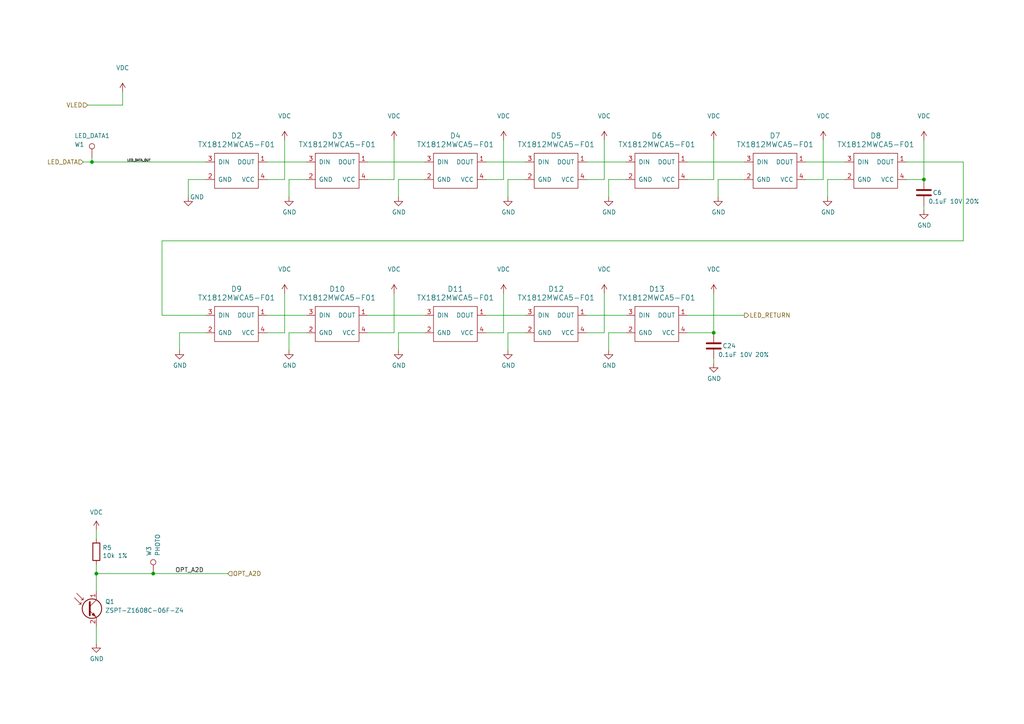
<source format=kicad_sch>
(kicad_sch (version 20250114) (generator "eeschema") (generator_version "9.0")
  (paper "A4")
  (title_block (title "Pixels D12 Schematic, Main") (date "2025-10-10") (rev "13") (company "Systemic Games, LLC") (comment 1 "LED Chain"))
  (lib_symbols
    (symbol "Device:C" (pin_numbers (hide yes)) (pin_names (offset 0.254))
      (property "Reference" "C" (at 0.635 2.54 0))
      (property "Value" "C" (at 0.635 -2.54 0))
      (symbol "C_0_1"
        (polyline (pts (xy -2.032 0.762) (xy 2.032 0.762)) (stroke (width 0.508)))
        (polyline (pts (xy -2.032 -0.762) (xy 2.032 -0.762)) (stroke (width 0.508)))
      )
      (symbol "C_1_1"
        (pin passive line (at 0 3.81 270) (length 2.794) (name "~") (number "1"))
        (pin passive line (at 0 -3.81 90) (length 2.794) (name "~") (number "2"))
      )
    )
    (symbol "Device:Q_Photo_NPN" (pin_names (offset 0) (hide yes))
      (property "Reference" "Q" (at 5.08 1.27 0))
      (property "Value" "Q_Photo_NPN" (at 5.08 -1.27 0))
      (symbol "Q_Photo_NPN_0_1"
        (polyline (pts (xy -3.81 3.175) (xy -1.905 1.27) (xy -1.905 1.905)))
        (polyline (pts (xy -3.175 4.445) (xy -1.27 2.54) (xy -1.27 3.175)))
        (polyline (pts (xy -1.905 1.27) (xy -2.54 1.27)))
        (polyline (pts (xy -1.27 2.54) (xy -1.905 2.54)))
        (polyline (pts (xy 0.635 1.905) (xy 0.635 -1.905) (xy 0.635 -1.905)) (stroke (width 0.508)))
        (polyline (pts (xy 0.635 0.635) (xy 2.54 2.54)))
        (polyline (pts (xy 0.635 -0.635) (xy 2.54 -2.54) (xy 2.54 -2.54)))
        (circle (center 1.27 0) (radius 2.8194) (stroke (width 0.254)))
        (polyline (pts (xy 1.27 -1.778) (xy 1.778 -1.27) (xy 2.286 -2.286) (xy 1.27 -1.778) (xy 1.27 -1.778)) (fill (type outline)))
      )
      (symbol "Q_Photo_NPN_1_1"
        (pin passive line (at 2.54 5.08 270) (length 2.54) (name "C") (number "1"))
        (pin passive line (at 2.54 -5.08 90) (length 2.54) (name "E") (number "2"))
      )
    )
    (symbol "Device:R" (pin_numbers (hide yes)) (pin_names (offset 0))
      (property "Reference" "R" (at 2.032 0 90))
      (property "Value" "R" (at 0 0 90))
      (symbol "R_0_1"
        (rectangle (start -1.016 -2.54) (end 1.016 2.54) (stroke (width 0.254)))
      )
      (symbol "R_1_1"
        (pin passive line (at 0 3.81 270) (length 1.27) (name "~") (number "1"))
        (pin passive line (at 0 -3.81 90) (length 1.27) (name "~") (number "2"))
      )
    )
    (symbol "Pixels-dice:TEST_1P-conn" (pin_numbers (hide yes)) (pin_names (offset 0.762) (hide yes))
      (property "Reference" "W" (at 0 6.858 0))
      (property "Value" "TEST_1P-conn" (at 0 5.08 0))
      (symbol "TEST_1P-conn_0_1"
        (circle (center 0 3.302) (radius 0.762))
      )
      (symbol "TEST_1P-conn_1_1"
        (pin passive line (at 0 0 90) (length 2.54) (name "1") (number "1"))
      )
    )
    (symbol "Pixels-dice:TX1812MJA5" (pin_names (offset 1.016))
      (property "Reference" "D" (at 0 -6.35 0))
      (property "Value" "TX1812MJA5" (at 0 6.35 0))
      (symbol "TX1812MJA5_0_1"
        (rectangle (start -6.35 5.08) (end 6.35 -5.08))
      )
      (symbol "TX1812MJA5_1_1"
        (pin input line (at -8.89 2.54 0) (length 2.54) (name "DIN") (number "3"))
        (pin power_in line (at -8.89 -2.54 0) (length 2.54) (name "GND") (number "2"))
        (pin output line (at 8.89 2.54 180) (length 2.54) (name "DOUT") (number "1"))
        (pin power_in line (at 8.89 -2.54 180) (length 2.54) (name "VCC") (number "4"))
      )
    )
    (symbol "power:GND" (power) (pin_names (offset 0))
      (property "Value" "GND" (at 0 -3.81 0))
      (symbol "GND_0_1"
        (polyline (pts (xy 0 0) (xy 0 -1.27) (xy 1.27 -1.27) (xy 0 -2.54) (xy -1.27 -1.27) (xy 0 -1.27)))
      )
      (symbol "GND_1_1"
        (pin power_in line (at 0 0 270) (length 0) (hide yes) (name "GND") (number "1"))
      )
    )
    (symbol "power:VDC" (power) (pin_names (offset 0))
      (property "Value" "VDC" (at 0 6.35 0))
      (symbol "VDC_0_1"
        (polyline (pts (xy -0.762 1.27) (xy 0 2.54)))
        (polyline (pts (xy 0 2.54) (xy 0.762 1.27)))
        (polyline (pts (xy 0 0) (xy 0 2.54)))
      )
      (symbol "VDC_1_1"
        (pin power_in line (at 0 0 90) (length 0) (hide yes) (name "VDC") (number "1"))
      )
    )
  )
  (junction (at 26.67 46.99))
  (junction (at 207.01 96.52))
  (junction (at 27.94 166.37))
  (junction (at 44.45 166.37))
  (junction (at 267.97 52.07))
  (wire (pts (xy 175.26 85.09) (xy 175.26 96.52)))
  (wire (pts (xy 207.01 40.64) (xy 207.01 52.07)))
  (wire (pts (xy 140.97 46.99) (xy 152.4 46.99)))
  (wire (pts (xy 279.4 46.99) (xy 279.4 69.85)))
  (wire (pts (xy 207.01 104.14) (xy 207.01 105.41)))
  (wire (pts (xy 233.68 52.07) (xy 238.76 52.07)))
  (wire (pts (xy 106.68 96.52) (xy 114.3 96.52)))
  (wire (pts (xy 176.53 96.52) (xy 176.53 101.6)))
  (wire (pts (xy 170.18 52.07) (xy 175.26 52.07)))
  (wire (pts (xy 176.53 52.07) (xy 181.61 52.07)))
  (wire (pts (xy 27.94 166.37) (xy 44.45 166.37)))
  (wire (pts (xy 176.53 52.07) (xy 176.53 57.15)))
  (wire (pts (xy 82.55 85.09) (xy 82.55 96.52)))
  (wire (pts (xy 46.99 69.85) (xy 46.99 91.44)))
  (wire (pts (xy 146.05 85.09) (xy 146.05 96.52)))
  (wire (pts (xy 170.18 46.99) (xy 181.61 46.99)))
  (wire (pts (xy 77.47 91.44) (xy 88.9 91.44)))
  (wire (pts (xy 170.18 91.44) (xy 181.61 91.44)))
  (wire (pts (xy 114.3 40.64) (xy 114.3 52.07)))
  (wire (pts (xy 147.32 52.07) (xy 152.4 52.07)))
  (wire (pts (xy 147.32 96.52) (xy 152.4 96.52)))
  (wire (pts (xy 267.97 59.69) (xy 267.97 60.96)))
  (wire (pts (xy 27.94 181.61) (xy 27.94 186.69)))
  (wire (pts (xy 27.94 163.83) (xy 27.94 166.37)))
  (wire (pts (xy 262.89 52.07) (xy 267.97 52.07)))
  (wire (pts (xy 175.26 40.64) (xy 175.26 52.07)))
  (wire (pts (xy 140.97 91.44) (xy 152.4 91.44)))
  (wire (pts (xy 83.82 101.6) (xy 83.82 96.52)))
  (wire (pts (xy 106.68 46.99) (xy 123.19 46.99)))
  (wire (pts (xy 27.94 153.67) (xy 27.94 156.21)))
  (wire (pts (xy 77.47 96.52) (xy 82.55 96.52)))
  (wire (pts (xy 83.82 57.15) (xy 83.82 52.07)))
  (wire (pts (xy 240.03 52.07) (xy 245.11 52.07)))
  (wire (pts (xy 199.39 52.07) (xy 207.01 52.07)))
  (wire (pts (xy 262.89 46.99) (xy 279.4 46.99)))
  (wire (pts (xy 267.97 40.64) (xy 267.97 52.07)))
  (wire (pts (xy 26.67 46.99) (xy 59.69 46.99)))
  (wire (pts (xy 106.68 52.07) (xy 114.3 52.07)))
  (wire (pts (xy 170.18 96.52) (xy 175.26 96.52)))
  (wire (pts (xy 54.61 52.07) (xy 54.61 57.15)))
  (wire (pts (xy 147.32 57.15) (xy 147.32 52.07)))
  (wire (pts (xy 114.3 85.09) (xy 114.3 96.52)))
  (wire (pts (xy 35.56 30.48) (xy 35.56 26.67)))
  (wire (pts (xy 199.39 96.52) (xy 207.01 96.52)))
  (wire (pts (xy 26.67 45.72) (xy 26.67 46.99)))
  (wire (pts (xy 207.01 85.09) (xy 207.01 96.52)))
  (wire (pts (xy 208.28 52.07) (xy 208.28 57.15)))
  (wire (pts (xy 199.39 91.44) (xy 215.9 91.44)))
  (wire (pts (xy 46.99 91.44) (xy 59.69 91.44)))
  (wire (pts (xy 208.28 52.07) (xy 215.9 52.07)))
  (wire (pts (xy 147.32 101.6) (xy 147.32 96.52)))
  (wire (pts (xy 54.61 52.07) (xy 59.69 52.07)))
  (wire (pts (xy 83.82 96.52) (xy 88.9 96.52)))
  (wire (pts (xy 25.4 30.48) (xy 35.56 30.48)))
  (wire (pts (xy 106.68 91.44) (xy 123.19 91.44)))
  (wire (pts (xy 52.07 96.52) (xy 59.69 96.52)))
  (wire (pts (xy 83.82 52.07) (xy 88.9 52.07)))
  (wire (pts (xy 140.97 52.07) (xy 146.05 52.07)))
  (wire (pts (xy 24.13 46.99) (xy 26.67 46.99)))
  (wire (pts (xy 233.68 46.99) (xy 245.11 46.99)))
  (wire (pts (xy 279.4 69.85) (xy 46.99 69.85)))
  (wire (pts (xy 115.57 96.52) (xy 115.57 101.6)))
  (wire (pts (xy 77.47 46.99) (xy 88.9 46.99)))
  (wire (pts (xy 27.94 166.37) (xy 27.94 171.45)))
  (wire (pts (xy 115.57 96.52) (xy 123.19 96.52)))
  (wire (pts (xy 238.76 40.64) (xy 238.76 52.07)))
  (wire (pts (xy 140.97 96.52) (xy 146.05 96.52)))
  (wire (pts (xy 82.55 40.64) (xy 82.55 52.07)))
  (wire (pts (xy 199.39 46.99) (xy 215.9 46.99)))
  (wire (pts (xy 115.57 52.07) (xy 123.19 52.07)))
  (wire (pts (xy 146.05 40.64) (xy 146.05 52.07)))
  (wire (pts (xy 240.03 57.15) (xy 240.03 52.07)))
  (wire (pts (xy 44.45 166.37) (xy 66.04 166.37)))
  (wire (pts (xy 77.47 52.07) (xy 82.55 52.07)))
  (wire (pts (xy 52.07 96.52) (xy 52.07 101.6)))
  (wire (pts (xy 176.53 96.52) (xy 181.61 96.52)))
  (wire (pts (xy 115.57 52.07) (xy 115.57 57.15)))
  (label "LED_DATA_OUT" (at 36.83 46.99 0) (effects (font (size 0.635 0.635))))
  (label "OPT_A2D" (at 50.8 166.37 0))
  (hierarchical_label "LED_RETURN" (shape output) (at 215.9 91.44 0))
  (hierarchical_label "OPT_A2D" (shape input) (at 66.04 166.37 0))
  (hierarchical_label "LED_DATA" (shape input) (at 24.13 46.99 180))
  (hierarchical_label "VLED" (shape input) (at 25.4 30.48 180))
  (symbol (lib_id "power:VDC") (at 35.56 26.67 0) (unit 1)
    (property "Reference" "#PWR0102" (effects (hide yes)))
    (property "Value" "VDC" (at 35.56 19.685 0))
  )
  (symbol (lib_id "power:VDC") (at 82.55 40.64 0) (unit 1)
    (property "Reference" "#PWR0103" (effects (hide yes)))
    (property "Value" "VDC" (at 82.55 33.655 0))
  )
  (symbol (lib_id "power:VDC") (at 114.3 40.64 0) (unit 1)
    (property "Reference" "#PWR0104" (effects (hide yes)))
    (property "Value" "VDC" (at 114.3 33.655 0))
  )
  (symbol (lib_id "power:GND") (at 54.61 57.15 0) (unit 1)
    (property "Reference" "#PWR0105" (effects (hide yes)))
    (property "Value" "GND" (at 57.15 57.15 0))
  )
  (symbol (lib_id "power:GND") (at 83.82 57.15 0) (unit 1)
    (property "Reference" "#PWR0106" (effects (hide yes)))
    (property "Value" "GND" (at 83.947 61.5442 0))
  )
  (symbol (lib_id "power:VDC") (at 146.05 40.64 0) (unit 1)
    (property "Reference" "#PWR0107" (effects (hide yes)))
    (property "Value" "VDC" (at 146.05 33.655 0))
  )
  (symbol (lib_id "power:VDC") (at 175.26 40.64 0) (unit 1)
    (property "Reference" "#PWR0108" (effects (hide yes)))
    (property "Value" "VDC" (at 175.26 33.655 0))
  )
  (symbol (lib_id "power:GND") (at 115.57 57.15 0) (unit 1)
    (property "Reference" "#PWR0109" (effects (hide yes)))
    (property "Value" "GND" (at 115.697 61.5442 0))
  )
  (symbol (lib_id "power:GND") (at 147.32 57.15 0) (unit 1)
    (property "Reference" "#PWR0110" (effects (hide yes)))
    (property "Value" "GND" (at 147.447 61.5442 0))
  )
  (symbol (lib_id "power:VDC") (at 207.01 40.64 0) (unit 1)
    (property "Reference" "#PWR0111" (effects (hide yes)))
    (property "Value" "VDC" (at 207.01 33.655 0))
  )
  (symbol (lib_id "power:VDC") (at 238.76 40.64 0) (unit 1)
    (property "Reference" "#PWR0112" (effects (hide yes)))
    (property "Value" "VDC" (at 238.76 33.655 0))
  )
  (symbol (lib_id "power:VDC") (at 267.97 40.64 0) (unit 1)
    (property "Reference" "#PWR0113" (effects (hide yes)))
    (property "Value" "VDC" (at 267.97 33.655 0))
  )
  (symbol (lib_id "power:GND") (at 208.28 57.15 0) (unit 1)
    (property "Reference" "#PWR0114" (effects (hide yes)))
    (property "Value" "GND" (at 208.407 61.5442 0))
  )
  (symbol (lib_id "power:GND") (at 240.03 57.15 0) (unit 1)
    (property "Reference" "#PWR0115" (effects (hide yes)))
    (property "Value" "GND" (at 240.157 61.5442 0))
  )
  (symbol (lib_id "power:GND") (at 176.53 57.15 0) (unit 1)
    (property "Reference" "#PWR0116" (effects (hide yes)))
    (property "Value" "GND" (at 176.657 61.5442 0))
  )
  (symbol (lib_id "power:VDC") (at 82.55 85.09 0) (unit 1)
    (property "Reference" "#PWR0117" (effects (hide yes)))
    (property "Value" "VDC" (at 82.55 78.105 0))
  )
  (symbol (lib_id "power:VDC") (at 114.3 85.09 0) (unit 1)
    (property "Reference" "#PWR0118" (effects (hide yes)))
    (property "Value" "VDC" (at 114.3 78.105 0))
  )
  (symbol (lib_id "power:GND") (at 52.07 101.6 0) (unit 1)
    (property "Reference" "#PWR0119" (effects (hide yes)))
    (property "Value" "GND" (at 52.197 105.9942 0))
  )
  (symbol (lib_id "power:GND") (at 83.82 101.6 0) (unit 1)
    (property "Reference" "#PWR0120" (effects (hide yes)))
    (property "Value" "GND" (at 83.947 105.9942 0))
  )
  (symbol (lib_id "power:VDC") (at 175.26 85.09 0) (unit 1)
    (property "Reference" "#PWR0121" (effects (hide yes)))
    (property "Value" "VDC" (at 175.26 78.105 0))
  )
  (symbol (lib_id "power:GND") (at 115.57 101.6 0) (unit 1)
    (property "Reference" "#PWR0122" (effects (hide yes)))
    (property "Value" "GND" (at 115.697 105.9942 0))
  )
  (symbol (lib_id "power:GND") (at 147.32 101.6 0) (unit 1)
    (property "Reference" "#PWR0123" (effects (hide yes)))
    (property "Value" "GND" (at 147.447 105.9942 0))
  )
  (symbol (lib_id "power:VDC") (at 207.01 85.09 0) (unit 1)
    (property "Reference" "#PWR0124" (effects (hide yes)))
    (property "Value" "VDC" (at 207.01 78.105 0))
  )
  (symbol (lib_id "power:GND") (at 176.53 101.6 0) (unit 1)
    (property "Reference" "#PWR0129" (effects (hide yes)))
    (property "Value" "GND" (at 176.657 105.9942 0))
  )
  (symbol (lib_id "power:GND") (at 267.97 60.96 0) (unit 1)
    (property "Reference" "#PWR0140" (effects (hide yes)))
    (property "Value" "GND" (at 268.097 65.3542 0))
  )
  (symbol (lib_id "Device:C") (at 207.01 100.33 0) (unit 1)
    (property "Reference" "C24" (at 209.55 100.33 0) (effects (justify left)))
    (property "Value" "0.1uF 10V 20%" (at 208.28 102.87 0) (effects (justify left)))
    (property "Footprint" "Capacitor_SMD:C_0201_0603Metric" (effects (hide yes)))
    (property "Generic OK" "YES" (effects (hide yes)))
    (property "Manufacturer" "HRE" (effects (hide yes)))
    (property "LCSC Part #" "C6119757" (effects (hide yes)))
    (property "Part Number" "CGA0201X5R104K100ET" (effects (hide yes)))
  )
  (symbol (lib_id "power:GND") (at 207.01 105.41 0) (unit 1)
    (property "Reference" "#PWR0141" (effects (hide yes)))
    (property "Value" "GND" (at 207.137 109.8042 0))
  )
  (symbol (lib_id "Pixels-dice:TX1812MJA5") (at 224.79 49.53 0) (unit 1)
    (property "Reference" "D7" (at 224.79 39.37 0) (effects (font (size 1.524 1.524))))
    (property "Value" "TX1812MWCA5-F01" (at 224.79 41.91 0) (effects (font (size 1.524 1.524))))
    (property "Footprint" "Pixels-dice:TX1812MWCA5-F01" (effects (hide yes)))
    (property "Manufacturer" "TCWIN" (effects (hide yes)))
    (property "Part Number" "TX1812MWCA5-F01" (effects (hide yes)))
  )
  (symbol (lib_id "Device:R") (at 27.94 160.02 0) (unit 1)
    (property "Reference" "R5" (at 29.718 158.8516 0) (effects (justify left)))
    (property "Value" "10k 1%" (at 29.718 161.163 0) (effects (justify left)))
    (property "Footprint" "Resistor_SMD:R_0201_0603Metric" (effects (hide yes)))
    (property "Generic OK" "YES" (effects (hide yes)))
    (property "Manufacturer" "UNI-ROYAL(Uniroyal Elec)" (effects (hide yes)))
    (property "Part Number" "0201WMF1002TEE" (effects (hide yes)))
    (property "LCSC Part #" "C473048" (effects (hide yes)))
  )
  (symbol (lib_id "power:VDC") (at 27.94 153.67 0) (unit 1)
    (property "Reference" "#PWR072" (effects (hide yes)))
    (property "Value" "VDC" (at 27.94 148.59 0))
    (property "Description" "Power symbol creates a global label with name \"VDC\"" (effects (hide yes)))
  )
  (symbol (lib_id "Device:C") (at 267.97 55.88 0) (unit 1)
    (property "Reference" "C6" (at 270.51 55.88 0) (effects (justify left)))
    (property "Value" "0.1uF 10V 20%" (at 269.24 58.42 0) (effects (justify left)))
    (property "Footprint" "Capacitor_SMD:C_0201_0603Metric" (effects (hide yes)))
    (property "Generic OK" "YES" (effects (hide yes)))
    (property "Manufacturer" "HRE" (effects (hide yes)))
    (property "LCSC Part #" "C6119757" (effects (hide yes)))
    (property "Part Number" "CGA0201X5R104K100ET" (effects (hide yes)))
  )
  (symbol (lib_id "Pixels-dice:TX1812MJA5") (at 161.29 49.53 0) (unit 1)
    (property "Reference" "D5" (at 161.29 39.37 0) (effects (font (size 1.524 1.524))))
    (property "Value" "TX1812MWCA5-F01" (at 161.29 41.91 0) (effects (font (size 1.524 1.524))))
    (property "Footprint" "Pixels-dice:TX1812MWCA5-F01" (effects (hide yes)))
    (property "Manufacturer" "TCWIN" (effects (hide yes)))
    (property "Part Number" "TX1812MWCA5-F01" (effects (hide yes)))
  )
  (symbol (lib_id "Pixels-dice:TX1812MJA5") (at 132.08 49.53 0) (unit 1)
    (property "Reference" "D4" (at 132.08 39.37 0) (effects (font (size 1.524 1.524))))
    (property "Value" "TX1812MWCA5-F01" (at 132.08 41.91 0) (effects (font (size 1.524 1.524))))
    (property "Footprint" "Pixels-dice:TX1812MWCA5-F01" (effects (hide yes)))
    (property "Manufacturer" "TCWIN" (effects (hide yes)))
    (property "Part Number" "TX1812MWCA5-F01" (effects (hide yes)))
  )
  (symbol (lib_id "Pixels-dice:TX1812MJA5") (at 132.08 93.98 0) (unit 1)
    (property "Reference" "D11" (at 132.08 83.82 0) (effects (font (size 1.524 1.524))))
    (property "Value" "TX1812MWCA5-F01" (at 132.08 86.36 0) (effects (font (size 1.524 1.524))))
    (property "Footprint" "Pixels-dice:TX1812MWCA5-F01" (effects (hide yes)))
    (property "Manufacturer" "TCWIN" (effects (hide yes)))
    (property "Part Number" "TX1812MWCA5-F01" (effects (hide yes)))
  )
  (symbol (lib_id "Pixels-dice:TX1812MJA5") (at 190.5 49.53 0) (unit 1)
    (property "Reference" "D6" (at 190.5 39.37 0) (effects (font (size 1.524 1.524))))
    (property "Value" "TX1812MWCA5-F01" (at 190.5 41.91 0) (effects (font (size 1.524 1.524))))
    (property "Footprint" "Pixels-dice:TX1812MWCA5-F01" (effects (hide yes)))
    (property "Manufacturer" "TCWIN" (effects (hide yes)))
    (property "Part Number" "TX1812MWCA5-F01" (effects (hide yes)))
  )
  (symbol (lib_id "Pixels-dice:TX1812MJA5") (at 190.5 93.98 0) (unit 1)
    (property "Reference" "D13" (at 190.5 83.82 0) (effects (font (size 1.524 1.524))))
    (property "Value" "TX1812MWCA5-F01" (at 190.5 86.36 0) (effects (font (size 1.524 1.524))))
    (property "Footprint" "Pixels-dice:TX1812MWCA5-F01" (effects (hide yes)))
    (property "Manufacturer" "TCWIN" (effects (hide yes)))
    (property "Part Number" "TX1812MWCA5-F01" (effects (hide yes)))
  )
  (symbol (lib_id "Pixels-dice:TEST_1P-conn") (at 44.45 166.37 0) (unit 1) (in_bom no)
    (property "Reference" "W3" (at 43.18 161.29 90) (effects (justify left)))
    (property "Value" "PHOTO" (at 45.72 161.29 90) (effects (justify left)))
    (property "Footprint" "Pixels-dice:TEST_PIN" (effects (hide yes)))
    (property "Generic OK" "N/A" (effects (hide yes)))
  )
  (symbol (lib_id "power:VDC") (at 146.05 85.09 0) (unit 1)
    (property "Reference" "#PWR015" (effects (hide yes)))
    (property "Value" "VDC" (at 146.05 78.105 0))
  )
  (symbol (lib_id "Pixels-dice:TX1812MJA5") (at 254 49.53 0) (unit 1)
    (property "Reference" "D8" (at 254 39.37 0) (effects (font (size 1.524 1.524))))
    (property "Value" "TX1812MWCA5-F01" (at 254 41.91 0) (effects (font (size 1.524 1.524))))
    (property "Footprint" "Pixels-dice:TX1812MWCA5-F01" (effects (hide yes)))
    (property "Manufacturer" "TCWIN" (effects (hide yes)))
    (property "Part Number" "TX1812MWCA5-F01" (effects (hide yes)))
  )
  (symbol (lib_id "Pixels-dice:TX1812MJA5") (at 97.79 93.98 0) (unit 1)
    (property "Reference" "D10" (at 97.79 83.82 0) (effects (font (size 1.524 1.524))))
    (property "Value" "TX1812MWCA5-F01" (at 97.79 86.36 0) (effects (font (size 1.524 1.524))))
    (property "Footprint" "Pixels-dice:TX1812MWCA5-F01" (effects (hide yes)))
    (property "Manufacturer" "TCWIN" (effects (hide yes)))
    (property "Part Number" "TX1812MWCA5-F01" (effects (hide yes)))
  )
  (symbol (lib_id "Pixels-dice:TX1812MJA5") (at 97.79 49.53 0) (unit 1)
    (property "Reference" "D3" (at 97.79 39.37 0) (effects (font (size 1.524 1.524))))
    (property "Value" "TX1812MWCA5-F01" (at 97.79 41.91 0) (effects (font (size 1.524 1.524))))
    (property "Footprint" "Pixels-dice:TX1812MWCA5-F01" (effects (hide yes)))
    (property "Manufacturer" "TCWIN" (effects (hide yes)))
    (property "Part Number" "TX1812MWCA5-F01" (effects (hide yes)))
  )
  (symbol (lib_id "Pixels-dice:TX1812MJA5") (at 68.58 49.53 0) (unit 1)
    (property "Reference" "D2" (at 68.58 39.37 0) (effects (font (size 1.524 1.524))))
    (property "Value" "TX1812MWCA5-F01" (at 68.58 41.91 0) (effects (font (size 1.524 1.524))))
    (property "Footprint" "Pixels-dice:TX1812MWCA5-F01" (effects (hide yes)))
    (property "Manufacturer" "TCWIN" (effects (hide yes)))
    (property "Part Number" "TX1812MWCA5-F01" (effects (hide yes)))
  )
  (symbol (lib_id "Pixels-dice:TX1812MJA5") (at 68.58 93.98 0) (unit 1)
    (property "Reference" "D9" (at 68.58 83.82 0) (effects (font (size 1.524 1.524))))
    (property "Value" "TX1812MWCA5-F01" (at 68.58 86.36 0) (effects (font (size 1.524 1.524))))
    (property "Footprint" "Pixels-dice:TX1812MWCA5-F01" (effects (hide yes)))
    (property "Manufacturer" "TCWIN" (effects (hide yes)))
    (property "Part Number" "TX1812MWCA5-F01" (effects (hide yes)))
  )
  (symbol (lib_id "Device:Q_Photo_NPN") (at 25.4 176.53 0) (unit 1)
    (property "Reference" "Q1" (at 30.48 174.5106 0) (effects (justify left)))
    (property "Value" "ZSPT-Z1608C-06F-Z4" (at 30.48 177.0506 0) (effects (justify left)))
    (property "Footprint" "Diode_SMD:D_0603_1608Metric" (effects (hide yes)))
    (property "Description" "NPN phototransistor, collector/emitter" (effects (hide yes)))
    (property "Manufacturer" "Chau Light" (effects (hide yes)))
    (property "Part Number" "ZSPT-Z1608C-06F-Z4" (effects (hide yes)))
    (property "LCSC Part #" "C5337512" (effects (hide yes)))
  )
  (symbol (lib_id "power:GND") (at 27.94 186.69 0) (unit 1)
    (property "Reference" "#PWR073" (effects (hide yes)))
    (property "Value" "GND" (at 28.067 191.0842 0))
  )
  (symbol (lib_id "Pixels-dice:TX1812MJA5") (at 161.29 93.98 0) (unit 1)
    (property "Reference" "D12" (at 161.29 83.82 0) (effects (font (size 1.524 1.524))))
    (property "Value" "TX1812MWCA5-F01" (at 161.29 86.36 0) (effects (font (size 1.524 1.524))))
    (property "Footprint" "Pixels-dice:TX1812MWCA5-F01" (effects (hide yes)))
    (property "Manufacturer" "TCWIN" (effects (hide yes)))
    (property "Part Number" "TX1812MWCA5-F01" (effects (hide yes)))
  )
  (symbol (lib_id "Pixels-dice:TEST_1P-conn") (at 26.67 45.72 0) (unit 1) (in_bom no)
    (property "Reference" "W1" (at 21.59 41.91 0) (effects (justify left)))
    (property "Value" "LED_DATA1" (at 21.59 39.37 0) (effects (justify left)))
    (property "Footprint" "Pixels-dice:TEST_PIN" (effects (hide yes)))
    (property "Generic OK" "N/A" (effects (hide yes)))
  )
)
</source>
